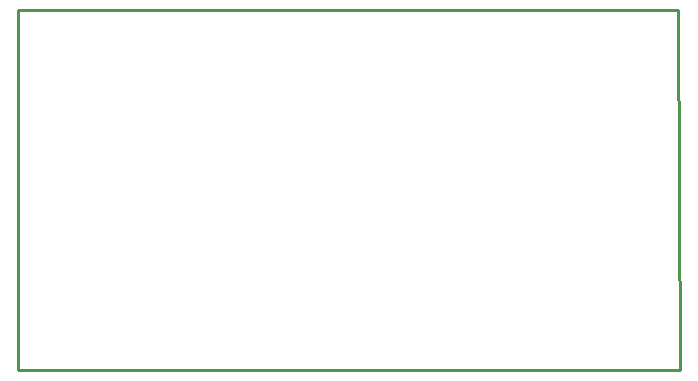
<source format=gko>
G04 Layer: BoardOutlineLayer*
G04 EasyEDA v6.4.29, 2022-01-17 15:18:18*
G04 f717e2ddec04441081c87138b9a9d0f6,57a4a698a74a44ef878f5d1479004e60,10*
G04 Gerber Generator version 0.2*
G04 Scale: 100 percent, Rotated: No, Reflected: No *
G04 Dimensions in inches *
G04 leading zeros omitted , absolute positions ,3 integer and 6 decimal *
%FSLAX36Y36*%
%MOIN*%

%ADD10C,0.0100*%
D10*
X0Y1100000D02*
G01*
X1305000Y1100000D01*
X2200000Y1100000D01*
X2205000Y-100000D01*
X1955000Y-100000D01*
X1290000Y-100000D01*
X0Y-100000D01*
X0Y1100000D01*

%LPD*%
M02*

</source>
